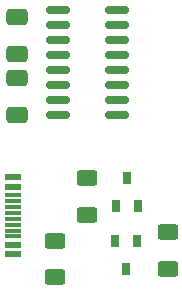
<source format=gbr>
%TF.GenerationSoftware,KiCad,Pcbnew,(6.0.2)*%
%TF.CreationDate,2023-02-15T15:55:08+01:00*%
%TF.ProjectId,usb,7573622e-6b69-4636-9164-5f7063625858,rev?*%
%TF.SameCoordinates,Original*%
%TF.FileFunction,Paste,Top*%
%TF.FilePolarity,Positive*%
%FSLAX46Y46*%
G04 Gerber Fmt 4.6, Leading zero omitted, Abs format (unit mm)*
G04 Created by KiCad (PCBNEW (6.0.2)) date 2023-02-15 15:55:08*
%MOMM*%
%LPD*%
G01*
G04 APERTURE LIST*
G04 Aperture macros list*
%AMRoundRect*
0 Rectangle with rounded corners*
0 $1 Rounding radius*
0 $2 $3 $4 $5 $6 $7 $8 $9 X,Y pos of 4 corners*
0 Add a 4 corners polygon primitive as box body*
4,1,4,$2,$3,$4,$5,$6,$7,$8,$9,$2,$3,0*
0 Add four circle primitives for the rounded corners*
1,1,$1+$1,$2,$3*
1,1,$1+$1,$4,$5*
1,1,$1+$1,$6,$7*
1,1,$1+$1,$8,$9*
0 Add four rect primitives between the rounded corners*
20,1,$1+$1,$2,$3,$4,$5,0*
20,1,$1+$1,$4,$5,$6,$7,0*
20,1,$1+$1,$6,$7,$8,$9,0*
20,1,$1+$1,$8,$9,$2,$3,0*%
G04 Aperture macros list end*
%ADD10RoundRect,0.250000X-0.650000X0.412500X-0.650000X-0.412500X0.650000X-0.412500X0.650000X0.412500X0*%
%ADD11RoundRect,0.250000X0.625000X-0.400000X0.625000X0.400000X-0.625000X0.400000X-0.625000X-0.400000X0*%
%ADD12R,1.450000X0.600000*%
%ADD13R,1.450000X0.300000*%
%ADD14RoundRect,0.150000X0.825000X0.150000X-0.825000X0.150000X-0.825000X-0.150000X0.825000X-0.150000X0*%
%ADD15R,0.700000X1.000000*%
%ADD16RoundRect,0.250000X-0.625000X0.400000X-0.625000X-0.400000X0.625000X-0.400000X0.625000X0.400000X0*%
G04 APERTURE END LIST*
D10*
%TO.C,C3*%
X59330000Y-128872500D03*
X59330000Y-125747500D03*
%TD*%
D11*
%TO.C,R4*%
X62560000Y-139530000D03*
X62560000Y-142630000D03*
%TD*%
D12*
%TO.C,J3*%
X59000000Y-134170000D03*
X59000000Y-134970000D03*
D13*
X59000000Y-136170000D03*
X59000000Y-137170000D03*
X59000000Y-137670000D03*
X59000000Y-138670000D03*
D12*
X59000000Y-139870000D03*
X59000000Y-140670000D03*
X59000000Y-140670000D03*
X59000000Y-139870000D03*
D13*
X59000000Y-139170000D03*
X59000000Y-138170000D03*
X59000000Y-136670000D03*
X59000000Y-135670000D03*
D12*
X59000000Y-134970000D03*
X59000000Y-134170000D03*
%TD*%
D14*
%TO.C,U1*%
X62845000Y-128895000D03*
X62845000Y-127625000D03*
X62845000Y-126355000D03*
X62845000Y-125085000D03*
X62845000Y-123815000D03*
X62845000Y-122545000D03*
X62845000Y-121275000D03*
X62845000Y-120005000D03*
X67795000Y-120005000D03*
X67795000Y-121275000D03*
X67795000Y-122545000D03*
X67795000Y-123815000D03*
X67795000Y-125085000D03*
X67795000Y-126355000D03*
X67795000Y-127625000D03*
X67795000Y-128895000D03*
%TD*%
D15*
%TO.C,Q2*%
X67690000Y-136610000D03*
X69590000Y-136610000D03*
X68640000Y-134210000D03*
%TD*%
D16*
%TO.C,R2*%
X72120000Y-138810000D03*
X72120000Y-141910000D03*
%TD*%
D15*
%TO.C,Q1*%
X69540000Y-139510000D03*
X67640000Y-139510000D03*
X68590000Y-141910000D03*
%TD*%
D11*
%TO.C,R1*%
X65240000Y-137330000D03*
X65240000Y-134230000D03*
%TD*%
D10*
%TO.C,C4*%
X59370000Y-123712500D03*
X59370000Y-120587500D03*
%TD*%
M02*

</source>
